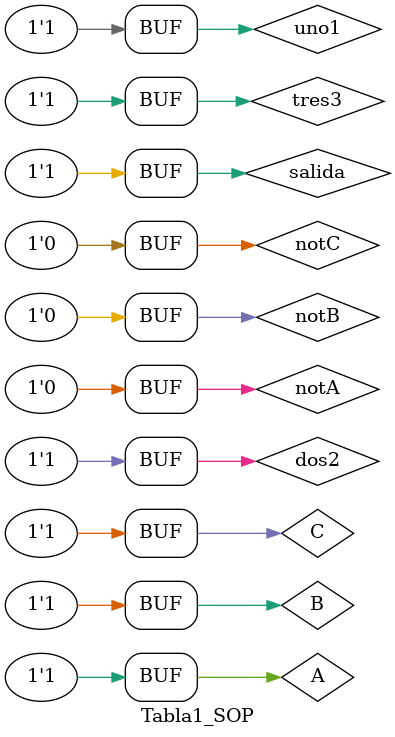
<source format=v>
module Tabla1_SOP();

reg A, B, C;
wire notA, notB, notC, uno1, dos2, tres3, salida;

not a(notA, A);
not b(notB, B);
not c(notC, C);

or uno(uno1, A, B, notC);
or dos(dos2, A, notB, notC);
or tres(tres3, notA, notB, C);

and ultima(salida, uno1, dos2, tres3);

initial begin

$display("| A B C | Y |");
$display("|-------|---|");
$monitor("| %b %b %b | %b |", A, B, C, salida);
A = 0; B = 0; C = 0;
#1 C = 1;
#1 B = 1; C = 0;
#1 C = 1;
#1 A = 1; B = 0; C = 0;
#1 C = 1;
#1 B = 1; C = 0;
#1 C = 1;

end

endmodule

</source>
